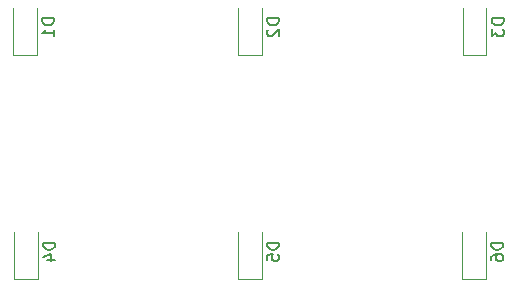
<source format=gbr>
%TF.GenerationSoftware,KiCad,Pcbnew,8.0.0*%
%TF.CreationDate,2024-03-12T01:26:03-04:00*%
%TF.ProjectId,mediaKeeb_V1,6d656469-614b-4656-9562-5f56312e6b69,rev?*%
%TF.SameCoordinates,Original*%
%TF.FileFunction,Legend,Bot*%
%TF.FilePolarity,Positive*%
%FSLAX46Y46*%
G04 Gerber Fmt 4.6, Leading zero omitted, Abs format (unit mm)*
G04 Created by KiCad (PCBNEW 8.0.0) date 2024-03-12 01:26:03*
%MOMM*%
%LPD*%
G01*
G04 APERTURE LIST*
%ADD10C,0.150000*%
%ADD11C,0.120000*%
G04 APERTURE END LIST*
D10*
X130036069Y-87611905D02*
X129036069Y-87611905D01*
X129036069Y-87611905D02*
X129036069Y-87850000D01*
X129036069Y-87850000D02*
X129083688Y-87992857D01*
X129083688Y-87992857D02*
X129178926Y-88088095D01*
X129178926Y-88088095D02*
X129274164Y-88135714D01*
X129274164Y-88135714D02*
X129464640Y-88183333D01*
X129464640Y-88183333D02*
X129607497Y-88183333D01*
X129607497Y-88183333D02*
X129797973Y-88135714D01*
X129797973Y-88135714D02*
X129893211Y-88088095D01*
X129893211Y-88088095D02*
X129988450Y-87992857D01*
X129988450Y-87992857D02*
X130036069Y-87850000D01*
X130036069Y-87850000D02*
X130036069Y-87611905D01*
X129369402Y-89040476D02*
X130036069Y-89040476D01*
X128988450Y-88802381D02*
X129702735Y-88564286D01*
X129702735Y-88564286D02*
X129702735Y-89183333D01*
X167963569Y-87611905D02*
X166963569Y-87611905D01*
X166963569Y-87611905D02*
X166963569Y-87850000D01*
X166963569Y-87850000D02*
X167011188Y-87992857D01*
X167011188Y-87992857D02*
X167106426Y-88088095D01*
X167106426Y-88088095D02*
X167201664Y-88135714D01*
X167201664Y-88135714D02*
X167392140Y-88183333D01*
X167392140Y-88183333D02*
X167534997Y-88183333D01*
X167534997Y-88183333D02*
X167725473Y-88135714D01*
X167725473Y-88135714D02*
X167820711Y-88088095D01*
X167820711Y-88088095D02*
X167915950Y-87992857D01*
X167915950Y-87992857D02*
X167963569Y-87850000D01*
X167963569Y-87850000D02*
X167963569Y-87611905D01*
X166963569Y-89040476D02*
X166963569Y-88850000D01*
X166963569Y-88850000D02*
X167011188Y-88754762D01*
X167011188Y-88754762D02*
X167058807Y-88707143D01*
X167058807Y-88707143D02*
X167201664Y-88611905D01*
X167201664Y-88611905D02*
X167392140Y-88564286D01*
X167392140Y-88564286D02*
X167773092Y-88564286D01*
X167773092Y-88564286D02*
X167868330Y-88611905D01*
X167868330Y-88611905D02*
X167915950Y-88659524D01*
X167915950Y-88659524D02*
X167963569Y-88754762D01*
X167963569Y-88754762D02*
X167963569Y-88945238D01*
X167963569Y-88945238D02*
X167915950Y-89040476D01*
X167915950Y-89040476D02*
X167868330Y-89088095D01*
X167868330Y-89088095D02*
X167773092Y-89135714D01*
X167773092Y-89135714D02*
X167534997Y-89135714D01*
X167534997Y-89135714D02*
X167439759Y-89088095D01*
X167439759Y-89088095D02*
X167392140Y-89040476D01*
X167392140Y-89040476D02*
X167344521Y-88945238D01*
X167344521Y-88945238D02*
X167344521Y-88754762D01*
X167344521Y-88754762D02*
X167392140Y-88659524D01*
X167392140Y-88659524D02*
X167439759Y-88611905D01*
X167439759Y-88611905D02*
X167534997Y-88564286D01*
X168011069Y-68611905D02*
X167011069Y-68611905D01*
X167011069Y-68611905D02*
X167011069Y-68850000D01*
X167011069Y-68850000D02*
X167058688Y-68992857D01*
X167058688Y-68992857D02*
X167153926Y-69088095D01*
X167153926Y-69088095D02*
X167249164Y-69135714D01*
X167249164Y-69135714D02*
X167439640Y-69183333D01*
X167439640Y-69183333D02*
X167582497Y-69183333D01*
X167582497Y-69183333D02*
X167772973Y-69135714D01*
X167772973Y-69135714D02*
X167868211Y-69088095D01*
X167868211Y-69088095D02*
X167963450Y-68992857D01*
X167963450Y-68992857D02*
X168011069Y-68850000D01*
X168011069Y-68850000D02*
X168011069Y-68611905D01*
X167011069Y-69516667D02*
X167011069Y-70135714D01*
X167011069Y-70135714D02*
X167392021Y-69802381D01*
X167392021Y-69802381D02*
X167392021Y-69945238D01*
X167392021Y-69945238D02*
X167439640Y-70040476D01*
X167439640Y-70040476D02*
X167487259Y-70088095D01*
X167487259Y-70088095D02*
X167582497Y-70135714D01*
X167582497Y-70135714D02*
X167820592Y-70135714D01*
X167820592Y-70135714D02*
X167915830Y-70088095D01*
X167915830Y-70088095D02*
X167963450Y-70040476D01*
X167963450Y-70040476D02*
X168011069Y-69945238D01*
X168011069Y-69945238D02*
X168011069Y-69659524D01*
X168011069Y-69659524D02*
X167963450Y-69564286D01*
X167963450Y-69564286D02*
X167915830Y-69516667D01*
X148986069Y-87611905D02*
X147986069Y-87611905D01*
X147986069Y-87611905D02*
X147986069Y-87850000D01*
X147986069Y-87850000D02*
X148033688Y-87992857D01*
X148033688Y-87992857D02*
X148128926Y-88088095D01*
X148128926Y-88088095D02*
X148224164Y-88135714D01*
X148224164Y-88135714D02*
X148414640Y-88183333D01*
X148414640Y-88183333D02*
X148557497Y-88183333D01*
X148557497Y-88183333D02*
X148747973Y-88135714D01*
X148747973Y-88135714D02*
X148843211Y-88088095D01*
X148843211Y-88088095D02*
X148938450Y-87992857D01*
X148938450Y-87992857D02*
X148986069Y-87850000D01*
X148986069Y-87850000D02*
X148986069Y-87611905D01*
X147986069Y-89088095D02*
X147986069Y-88611905D01*
X147986069Y-88611905D02*
X148462259Y-88564286D01*
X148462259Y-88564286D02*
X148414640Y-88611905D01*
X148414640Y-88611905D02*
X148367021Y-88707143D01*
X148367021Y-88707143D02*
X148367021Y-88945238D01*
X148367021Y-88945238D02*
X148414640Y-89040476D01*
X148414640Y-89040476D02*
X148462259Y-89088095D01*
X148462259Y-89088095D02*
X148557497Y-89135714D01*
X148557497Y-89135714D02*
X148795592Y-89135714D01*
X148795592Y-89135714D02*
X148890830Y-89088095D01*
X148890830Y-89088095D02*
X148938450Y-89040476D01*
X148938450Y-89040476D02*
X148986069Y-88945238D01*
X148986069Y-88945238D02*
X148986069Y-88707143D01*
X148986069Y-88707143D02*
X148938450Y-88611905D01*
X148938450Y-88611905D02*
X148890830Y-88564286D01*
X148986069Y-68611905D02*
X147986069Y-68611905D01*
X147986069Y-68611905D02*
X147986069Y-68850000D01*
X147986069Y-68850000D02*
X148033688Y-68992857D01*
X148033688Y-68992857D02*
X148128926Y-69088095D01*
X148128926Y-69088095D02*
X148224164Y-69135714D01*
X148224164Y-69135714D02*
X148414640Y-69183333D01*
X148414640Y-69183333D02*
X148557497Y-69183333D01*
X148557497Y-69183333D02*
X148747973Y-69135714D01*
X148747973Y-69135714D02*
X148843211Y-69088095D01*
X148843211Y-69088095D02*
X148938450Y-68992857D01*
X148938450Y-68992857D02*
X148986069Y-68850000D01*
X148986069Y-68850000D02*
X148986069Y-68611905D01*
X148081307Y-69564286D02*
X148033688Y-69611905D01*
X148033688Y-69611905D02*
X147986069Y-69707143D01*
X147986069Y-69707143D02*
X147986069Y-69945238D01*
X147986069Y-69945238D02*
X148033688Y-70040476D01*
X148033688Y-70040476D02*
X148081307Y-70088095D01*
X148081307Y-70088095D02*
X148176545Y-70135714D01*
X148176545Y-70135714D02*
X148271783Y-70135714D01*
X148271783Y-70135714D02*
X148414640Y-70088095D01*
X148414640Y-70088095D02*
X148986069Y-69516667D01*
X148986069Y-69516667D02*
X148986069Y-70135714D01*
X129923569Y-68611905D02*
X128923569Y-68611905D01*
X128923569Y-68611905D02*
X128923569Y-68850000D01*
X128923569Y-68850000D02*
X128971188Y-68992857D01*
X128971188Y-68992857D02*
X129066426Y-69088095D01*
X129066426Y-69088095D02*
X129161664Y-69135714D01*
X129161664Y-69135714D02*
X129352140Y-69183333D01*
X129352140Y-69183333D02*
X129494997Y-69183333D01*
X129494997Y-69183333D02*
X129685473Y-69135714D01*
X129685473Y-69135714D02*
X129780711Y-69088095D01*
X129780711Y-69088095D02*
X129875950Y-68992857D01*
X129875950Y-68992857D02*
X129923569Y-68850000D01*
X129923569Y-68850000D02*
X129923569Y-68611905D01*
X129923569Y-70135714D02*
X129923569Y-69564286D01*
X129923569Y-69850000D02*
X128923569Y-69850000D01*
X128923569Y-69850000D02*
X129066426Y-69754762D01*
X129066426Y-69754762D02*
X129161664Y-69659524D01*
X129161664Y-69659524D02*
X129209283Y-69564286D01*
D11*
%TO.C,D4*%
X126581250Y-90710000D02*
X128581250Y-90710000D01*
X128581250Y-86700000D02*
X128581250Y-90710000D01*
X126581250Y-86700000D02*
X126581250Y-90710000D01*
%TO.C,D6*%
X164508750Y-90710000D02*
X166508750Y-90710000D01*
X166508750Y-86700000D02*
X166508750Y-90710000D01*
X164508750Y-86700000D02*
X164508750Y-90710000D01*
%TO.C,D3*%
X164556250Y-71710000D02*
X166556250Y-71710000D01*
X166556250Y-67700000D02*
X166556250Y-71710000D01*
X164556250Y-67700000D02*
X164556250Y-71710000D01*
%TO.C,D5*%
X145531250Y-90710000D02*
X147531250Y-90710000D01*
X147531250Y-86700000D02*
X147531250Y-90710000D01*
X145531250Y-86700000D02*
X145531250Y-90710000D01*
%TO.C,D2*%
X145531250Y-67700000D02*
X145531250Y-71710000D01*
X147531250Y-67700000D02*
X147531250Y-71710000D01*
X145531250Y-71710000D02*
X147531250Y-71710000D01*
%TO.C,D1*%
X126468750Y-71710000D02*
X128468750Y-71710000D01*
X128468750Y-67700000D02*
X128468750Y-71710000D01*
X126468750Y-67700000D02*
X126468750Y-71710000D01*
%TD*%
M02*

</source>
